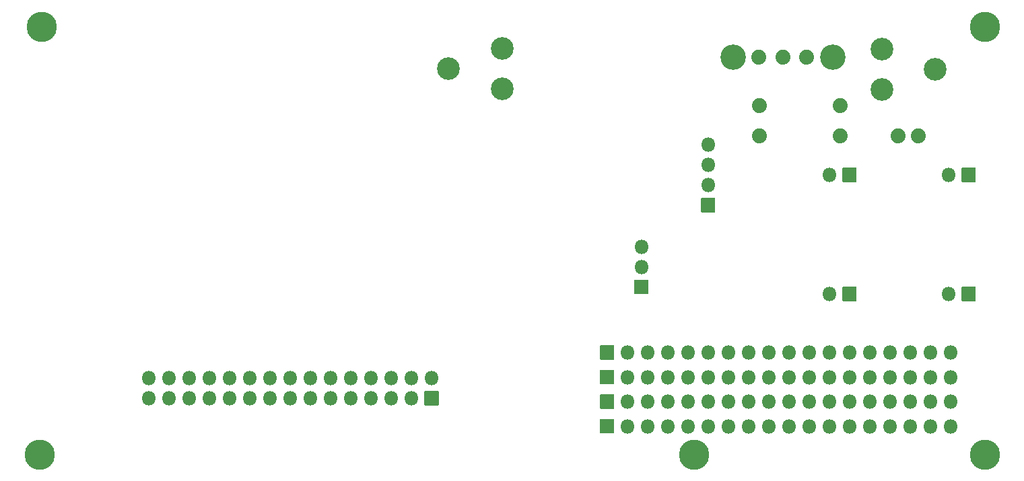
<source format=gbr>
G04 #@! TF.GenerationSoftware,KiCad,Pcbnew,5.99.0-unknown-a61ea1f~89~ubuntu20.04.1*
G04 #@! TF.CreationDate,2020-07-29T14:39:46+09:00*
G04 #@! TF.ProjectId,bGeigieRaku V2,62476569-6769-4655-9261-6b752056322e,rev?*
G04 #@! TF.SameCoordinates,Original*
G04 #@! TF.FileFunction,Soldermask,Top*
G04 #@! TF.FilePolarity,Negative*
%FSLAX46Y46*%
G04 Gerber Fmt 4.6, Leading zero omitted, Abs format (unit mm)*
G04 Created by KiCad (PCBNEW 5.99.0-unknown-a61ea1f~89~ubuntu20.04.1) date 2020-07-29 14:39:46*
%MOMM*%
%LPD*%
G01*
G04 APERTURE LIST*
%ADD10O,1.802000X1.802000*%
%ADD11C,3.803200*%
%ADD12C,2.845200*%
%ADD13C,1.879600*%
%ADD14C,3.203200*%
G04 APERTURE END LIST*
D10*
X204826000Y-116449000D03*
X202286000Y-116449000D03*
X199746000Y-116449000D03*
X197206000Y-116449000D03*
X194666000Y-116449000D03*
X192126000Y-116449000D03*
X189586000Y-116449000D03*
X187046000Y-116449000D03*
X184506000Y-116449000D03*
X181966000Y-116449000D03*
X179426000Y-116449000D03*
X176886000Y-116449000D03*
X174346000Y-116449000D03*
X171806000Y-116449000D03*
X169266000Y-116449000D03*
X166726000Y-116449000D03*
X164186000Y-116449000D03*
G36*
G01*
X162492940Y-117350000D02*
X160799060Y-117350000D01*
G75*
G02*
X160745000Y-117295940I0J54060D01*
G01*
X160745000Y-115602060D01*
G75*
G02*
X160799060Y-115548000I54060J0D01*
G01*
X162492940Y-115548000D01*
G75*
G02*
X162547000Y-115602060I0J-54060D01*
G01*
X162547000Y-117295940D01*
G75*
G02*
X162492940Y-117350000I-54060J0D01*
G01*
G37*
D11*
X172568000Y-126186000D03*
X90271600Y-126186000D03*
X90525600Y-72338000D03*
X209144000Y-72338000D03*
X209144000Y-126186000D03*
D10*
X189586000Y-105993000D03*
G36*
G01*
X191279060Y-105092000D02*
X192972940Y-105092000D01*
G75*
G02*
X193027000Y-105146060I0J-54060D01*
G01*
X193027000Y-106839940D01*
G75*
G02*
X192972940Y-106894000I-54060J0D01*
G01*
X191279060Y-106894000D01*
G75*
G02*
X191225000Y-106839940I0J54060D01*
G01*
X191225000Y-105146060D01*
G75*
G02*
X191279060Y-105092000I54060J0D01*
G01*
G37*
X204572000Y-105993000D03*
G36*
G01*
X206265060Y-105092000D02*
X207958940Y-105092000D01*
G75*
G02*
X208013000Y-105146060I0J-54060D01*
G01*
X208013000Y-106839940D01*
G75*
G02*
X207958940Y-106894000I-54060J0D01*
G01*
X206265060Y-106894000D01*
G75*
G02*
X206211000Y-106839940I0J54060D01*
G01*
X206211000Y-105146060D01*
G75*
G02*
X206265060Y-105092000I54060J0D01*
G01*
G37*
X204572000Y-91007000D03*
G36*
G01*
X206265060Y-90106000D02*
X207958940Y-90106000D01*
G75*
G02*
X208013000Y-90160060I0J-54060D01*
G01*
X208013000Y-91853940D01*
G75*
G02*
X207958940Y-91908000I-54060J0D01*
G01*
X206265060Y-91908000D01*
G75*
G02*
X206211000Y-91853940I0J54060D01*
G01*
X206211000Y-90160060D01*
G75*
G02*
X206265060Y-90106000I54060J0D01*
G01*
G37*
X189586000Y-91007000D03*
G36*
G01*
X191279060Y-90106000D02*
X192972940Y-90106000D01*
G75*
G02*
X193027000Y-90160060I0J-54060D01*
G01*
X193027000Y-91853940D01*
G75*
G02*
X192972940Y-91908000I-54060J0D01*
G01*
X191279060Y-91908000D01*
G75*
G02*
X191225000Y-91853940I0J54060D01*
G01*
X191225000Y-90160060D01*
G75*
G02*
X191279060Y-90106000I54060J0D01*
G01*
G37*
X104004000Y-116574000D03*
X104004000Y-119114000D03*
X106544000Y-116574000D03*
X106544000Y-119114000D03*
X109084000Y-116574000D03*
X109084000Y-119114000D03*
X111624000Y-116574000D03*
X111624000Y-119114000D03*
X114164000Y-116574000D03*
X114164000Y-119114000D03*
X116704000Y-116574000D03*
X116704000Y-119114000D03*
X119244000Y-116574000D03*
X119244000Y-119114000D03*
X121784000Y-116574000D03*
X121784000Y-119114000D03*
X124324000Y-116574000D03*
X124324000Y-119114000D03*
X126864000Y-116574000D03*
X126864000Y-119114000D03*
X129404000Y-116574000D03*
X129404000Y-119114000D03*
X131944000Y-116574000D03*
X131944000Y-119114000D03*
X134484000Y-116574000D03*
X134484000Y-119114000D03*
X137024000Y-116574000D03*
X137024000Y-119114000D03*
X139564000Y-116574000D03*
G36*
G01*
X140410940Y-120015000D02*
X138717060Y-120015000D01*
G75*
G02*
X138663000Y-119960940I0J54060D01*
G01*
X138663000Y-118267060D01*
G75*
G02*
X138717060Y-118213000I54060J0D01*
G01*
X140410940Y-118213000D01*
G75*
G02*
X140465000Y-118267060I0J-54060D01*
G01*
X140465000Y-119960940D01*
G75*
G02*
X140410940Y-120015000I-54060J0D01*
G01*
G37*
D12*
X196194000Y-75142000D03*
X202942000Y-77682000D03*
X196194000Y-80222000D03*
X148434000Y-80202000D03*
X141686000Y-77662000D03*
X148434000Y-75122000D03*
D10*
X204826000Y-113359000D03*
X202286000Y-113359000D03*
X199746000Y-113359000D03*
X197206000Y-113359000D03*
X194666000Y-113359000D03*
X192126000Y-113359000D03*
X189586000Y-113359000D03*
X187046000Y-113359000D03*
X184506000Y-113359000D03*
X181966000Y-113359000D03*
X179426000Y-113359000D03*
X176886000Y-113359000D03*
X174346000Y-113359000D03*
X171806000Y-113359000D03*
X169266000Y-113359000D03*
X166726000Y-113359000D03*
X164186000Y-113359000D03*
G36*
G01*
X162492940Y-114260000D02*
X160799060Y-114260000D01*
G75*
G02*
X160745000Y-114205940I0J54060D01*
G01*
X160745000Y-112512060D01*
G75*
G02*
X160799060Y-112458000I54060J0D01*
G01*
X162492940Y-112458000D01*
G75*
G02*
X162547000Y-112512060I0J-54060D01*
G01*
X162547000Y-114205940D01*
G75*
G02*
X162492940Y-114260000I-54060J0D01*
G01*
G37*
X204826000Y-119540000D03*
X202286000Y-119540000D03*
X199746000Y-119540000D03*
X197206000Y-119540000D03*
X194666000Y-119540000D03*
X192126000Y-119540000D03*
X189586000Y-119540000D03*
X187046000Y-119540000D03*
X184506000Y-119540000D03*
X181966000Y-119540000D03*
X179426000Y-119540000D03*
X176886000Y-119540000D03*
X174346000Y-119540000D03*
X171806000Y-119540000D03*
X169266000Y-119540000D03*
X166726000Y-119540000D03*
X164186000Y-119540000D03*
G36*
G01*
X162492940Y-120441000D02*
X160799060Y-120441000D01*
G75*
G02*
X160745000Y-120386940I0J54060D01*
G01*
X160745000Y-118693060D01*
G75*
G02*
X160799060Y-118639000I54060J0D01*
G01*
X162492940Y-118639000D01*
G75*
G02*
X162547000Y-118693060I0J-54060D01*
G01*
X162547000Y-120386940D01*
G75*
G02*
X162492940Y-120441000I-54060J0D01*
G01*
G37*
X204826000Y-122630000D03*
X202286000Y-122630000D03*
X199746000Y-122630000D03*
X197206000Y-122630000D03*
X194666000Y-122630000D03*
X192126000Y-122630000D03*
X189586000Y-122630000D03*
X187046000Y-122630000D03*
X184506000Y-122630000D03*
X181966000Y-122630000D03*
X179426000Y-122630000D03*
X176886000Y-122630000D03*
X174346000Y-122630000D03*
X171806000Y-122630000D03*
X169266000Y-122630000D03*
X166726000Y-122630000D03*
X164186000Y-122630000D03*
G36*
G01*
X162492940Y-123531000D02*
X160799060Y-123531000D01*
G75*
G02*
X160745000Y-123476940I0J54060D01*
G01*
X160745000Y-121783060D01*
G75*
G02*
X160799060Y-121729000I54060J0D01*
G01*
X162492940Y-121729000D01*
G75*
G02*
X162547000Y-121783060I0J-54060D01*
G01*
X162547000Y-123476940D01*
G75*
G02*
X162492940Y-123531000I-54060J0D01*
G01*
G37*
D13*
X180823000Y-82244000D03*
X190983000Y-82244000D03*
X190983000Y-86054000D03*
X180823000Y-86054000D03*
X200762000Y-86054000D03*
X198222000Y-86054000D03*
X183744000Y-76148000D03*
D14*
X177494000Y-76148000D03*
X189994000Y-76148000D03*
D13*
X186744000Y-76148000D03*
X180744000Y-76148000D03*
D10*
X174346000Y-87197000D03*
X174346000Y-89737000D03*
X174346000Y-92277000D03*
G36*
G01*
X175247000Y-93970060D02*
X175247000Y-95663940D01*
G75*
G02*
X175192940Y-95718000I-54060J0D01*
G01*
X173499060Y-95718000D01*
G75*
G02*
X173445000Y-95663940I0J54060D01*
G01*
X173445000Y-93970060D01*
G75*
G02*
X173499060Y-93916000I54060J0D01*
G01*
X175192940Y-93916000D01*
G75*
G02*
X175247000Y-93970060I0J-54060D01*
G01*
G37*
X165964000Y-100024000D03*
X165964000Y-102564000D03*
G36*
G01*
X165063000Y-105950940D02*
X165063000Y-104257060D01*
G75*
G02*
X165117060Y-104203000I54060J0D01*
G01*
X166810940Y-104203000D01*
G75*
G02*
X166865000Y-104257060I0J-54060D01*
G01*
X166865000Y-105950940D01*
G75*
G02*
X166810940Y-106005000I-54060J0D01*
G01*
X165117060Y-106005000D01*
G75*
G02*
X165063000Y-105950940I0J54060D01*
G01*
G37*
M02*

</source>
